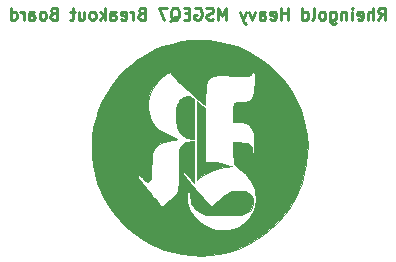
<source format=gbo>
G04 #@! TF.FileFunction,Legend,Bot*
%FSLAX46Y46*%
G04 Gerber Fmt 4.6, Leading zero omitted, Abs format (unit mm)*
G04 Created by KiCad (PCBNEW 4.0.0-rc1-stable) date 10/27/2015 9:53:31 PM*
%MOMM*%
G01*
G04 APERTURE LIST*
%ADD10C,0.150000*%
%ADD11C,0.254000*%
%ADD12C,0.002540*%
G04 APERTURE END LIST*
D10*
D11*
X223925188Y-130380619D02*
X224263854Y-129896810D01*
X224505759Y-130380619D02*
X224505759Y-129364619D01*
X224118712Y-129364619D01*
X224021950Y-129413000D01*
X223973569Y-129461381D01*
X223925188Y-129558143D01*
X223925188Y-129703286D01*
X223973569Y-129800048D01*
X224021950Y-129848429D01*
X224118712Y-129896810D01*
X224505759Y-129896810D01*
X223489759Y-130380619D02*
X223489759Y-129364619D01*
X223054331Y-130380619D02*
X223054331Y-129848429D01*
X223102712Y-129751667D01*
X223199474Y-129703286D01*
X223344616Y-129703286D01*
X223441378Y-129751667D01*
X223489759Y-129800048D01*
X222183474Y-130332238D02*
X222280236Y-130380619D01*
X222473759Y-130380619D01*
X222570521Y-130332238D01*
X222618902Y-130235476D01*
X222618902Y-129848429D01*
X222570521Y-129751667D01*
X222473759Y-129703286D01*
X222280236Y-129703286D01*
X222183474Y-129751667D01*
X222135093Y-129848429D01*
X222135093Y-129945190D01*
X222618902Y-130041952D01*
X221699664Y-130380619D02*
X221699664Y-129703286D01*
X221699664Y-129364619D02*
X221748045Y-129413000D01*
X221699664Y-129461381D01*
X221651283Y-129413000D01*
X221699664Y-129364619D01*
X221699664Y-129461381D01*
X221215854Y-129703286D02*
X221215854Y-130380619D01*
X221215854Y-129800048D02*
X221167473Y-129751667D01*
X221070711Y-129703286D01*
X220925569Y-129703286D01*
X220828807Y-129751667D01*
X220780426Y-129848429D01*
X220780426Y-130380619D01*
X219861188Y-129703286D02*
X219861188Y-130525762D01*
X219909569Y-130622524D01*
X219957950Y-130670905D01*
X220054711Y-130719286D01*
X220199854Y-130719286D01*
X220296616Y-130670905D01*
X219861188Y-130332238D02*
X219957950Y-130380619D01*
X220151473Y-130380619D01*
X220248235Y-130332238D01*
X220296616Y-130283857D01*
X220344997Y-130187095D01*
X220344997Y-129896810D01*
X220296616Y-129800048D01*
X220248235Y-129751667D01*
X220151473Y-129703286D01*
X219957950Y-129703286D01*
X219861188Y-129751667D01*
X219232235Y-130380619D02*
X219328997Y-130332238D01*
X219377378Y-130283857D01*
X219425759Y-130187095D01*
X219425759Y-129896810D01*
X219377378Y-129800048D01*
X219328997Y-129751667D01*
X219232235Y-129703286D01*
X219087093Y-129703286D01*
X218990331Y-129751667D01*
X218941950Y-129800048D01*
X218893569Y-129896810D01*
X218893569Y-130187095D01*
X218941950Y-130283857D01*
X218990331Y-130332238D01*
X219087093Y-130380619D01*
X219232235Y-130380619D01*
X218312997Y-130380619D02*
X218409759Y-130332238D01*
X218458140Y-130235476D01*
X218458140Y-129364619D01*
X217490522Y-130380619D02*
X217490522Y-129364619D01*
X217490522Y-130332238D02*
X217587284Y-130380619D01*
X217780807Y-130380619D01*
X217877569Y-130332238D01*
X217925950Y-130283857D01*
X217974331Y-130187095D01*
X217974331Y-129896810D01*
X217925950Y-129800048D01*
X217877569Y-129751667D01*
X217780807Y-129703286D01*
X217587284Y-129703286D01*
X217490522Y-129751667D01*
X216232617Y-130380619D02*
X216232617Y-129364619D01*
X216232617Y-129848429D02*
X215652046Y-129848429D01*
X215652046Y-130380619D02*
X215652046Y-129364619D01*
X214781189Y-130332238D02*
X214877951Y-130380619D01*
X215071474Y-130380619D01*
X215168236Y-130332238D01*
X215216617Y-130235476D01*
X215216617Y-129848429D01*
X215168236Y-129751667D01*
X215071474Y-129703286D01*
X214877951Y-129703286D01*
X214781189Y-129751667D01*
X214732808Y-129848429D01*
X214732808Y-129945190D01*
X215216617Y-130041952D01*
X213861951Y-130380619D02*
X213861951Y-129848429D01*
X213910332Y-129751667D01*
X214007094Y-129703286D01*
X214200617Y-129703286D01*
X214297379Y-129751667D01*
X213861951Y-130332238D02*
X213958713Y-130380619D01*
X214200617Y-130380619D01*
X214297379Y-130332238D01*
X214345760Y-130235476D01*
X214345760Y-130138714D01*
X214297379Y-130041952D01*
X214200617Y-129993571D01*
X213958713Y-129993571D01*
X213861951Y-129945190D01*
X213474903Y-129703286D02*
X213232998Y-130380619D01*
X212991094Y-129703286D01*
X212700808Y-129703286D02*
X212458903Y-130380619D01*
X212216999Y-129703286D02*
X212458903Y-130380619D01*
X212555665Y-130622524D01*
X212604046Y-130670905D01*
X212700808Y-130719286D01*
X211055856Y-130380619D02*
X211055856Y-129364619D01*
X210717190Y-130090333D01*
X210378523Y-129364619D01*
X210378523Y-130380619D01*
X209943094Y-130332238D02*
X209797951Y-130380619D01*
X209556047Y-130380619D01*
X209459285Y-130332238D01*
X209410904Y-130283857D01*
X209362523Y-130187095D01*
X209362523Y-130090333D01*
X209410904Y-129993571D01*
X209459285Y-129945190D01*
X209556047Y-129896810D01*
X209749570Y-129848429D01*
X209846332Y-129800048D01*
X209894713Y-129751667D01*
X209943094Y-129654905D01*
X209943094Y-129558143D01*
X209894713Y-129461381D01*
X209846332Y-129413000D01*
X209749570Y-129364619D01*
X209507666Y-129364619D01*
X209362523Y-129413000D01*
X208394904Y-129413000D02*
X208491666Y-129364619D01*
X208636809Y-129364619D01*
X208781951Y-129413000D01*
X208878713Y-129509762D01*
X208927094Y-129606524D01*
X208975475Y-129800048D01*
X208975475Y-129945190D01*
X208927094Y-130138714D01*
X208878713Y-130235476D01*
X208781951Y-130332238D01*
X208636809Y-130380619D01*
X208540047Y-130380619D01*
X208394904Y-130332238D01*
X208346523Y-130283857D01*
X208346523Y-129945190D01*
X208540047Y-129945190D01*
X207911094Y-129848429D02*
X207572428Y-129848429D01*
X207427285Y-130380619D02*
X207911094Y-130380619D01*
X207911094Y-129364619D01*
X207427285Y-129364619D01*
X206314523Y-130477381D02*
X206411285Y-130429000D01*
X206508047Y-130332238D01*
X206653190Y-130187095D01*
X206749951Y-130138714D01*
X206846713Y-130138714D01*
X206798332Y-130380619D02*
X206895094Y-130332238D01*
X206991856Y-130235476D01*
X207040237Y-130041952D01*
X207040237Y-129703286D01*
X206991856Y-129509762D01*
X206895094Y-129413000D01*
X206798332Y-129364619D01*
X206604809Y-129364619D01*
X206508047Y-129413000D01*
X206411285Y-129509762D01*
X206362904Y-129703286D01*
X206362904Y-130041952D01*
X206411285Y-130235476D01*
X206508047Y-130332238D01*
X206604809Y-130380619D01*
X206798332Y-130380619D01*
X206024237Y-129364619D02*
X205346904Y-129364619D01*
X205782332Y-130380619D01*
X203847095Y-129848429D02*
X203701952Y-129896810D01*
X203653571Y-129945190D01*
X203605190Y-130041952D01*
X203605190Y-130187095D01*
X203653571Y-130283857D01*
X203701952Y-130332238D01*
X203798714Y-130380619D01*
X204185761Y-130380619D01*
X204185761Y-129364619D01*
X203847095Y-129364619D01*
X203750333Y-129413000D01*
X203701952Y-129461381D01*
X203653571Y-129558143D01*
X203653571Y-129654905D01*
X203701952Y-129751667D01*
X203750333Y-129800048D01*
X203847095Y-129848429D01*
X204185761Y-129848429D01*
X203169761Y-130380619D02*
X203169761Y-129703286D01*
X203169761Y-129896810D02*
X203121380Y-129800048D01*
X203072999Y-129751667D01*
X202976237Y-129703286D01*
X202879476Y-129703286D01*
X202153762Y-130332238D02*
X202250524Y-130380619D01*
X202444047Y-130380619D01*
X202540809Y-130332238D01*
X202589190Y-130235476D01*
X202589190Y-129848429D01*
X202540809Y-129751667D01*
X202444047Y-129703286D01*
X202250524Y-129703286D01*
X202153762Y-129751667D01*
X202105381Y-129848429D01*
X202105381Y-129945190D01*
X202589190Y-130041952D01*
X201234524Y-130380619D02*
X201234524Y-129848429D01*
X201282905Y-129751667D01*
X201379667Y-129703286D01*
X201573190Y-129703286D01*
X201669952Y-129751667D01*
X201234524Y-130332238D02*
X201331286Y-130380619D01*
X201573190Y-130380619D01*
X201669952Y-130332238D01*
X201718333Y-130235476D01*
X201718333Y-130138714D01*
X201669952Y-130041952D01*
X201573190Y-129993571D01*
X201331286Y-129993571D01*
X201234524Y-129945190D01*
X200750714Y-130380619D02*
X200750714Y-129364619D01*
X200653952Y-129993571D02*
X200363667Y-130380619D01*
X200363667Y-129703286D02*
X200750714Y-130090333D01*
X199783095Y-130380619D02*
X199879857Y-130332238D01*
X199928238Y-130283857D01*
X199976619Y-130187095D01*
X199976619Y-129896810D01*
X199928238Y-129800048D01*
X199879857Y-129751667D01*
X199783095Y-129703286D01*
X199637953Y-129703286D01*
X199541191Y-129751667D01*
X199492810Y-129800048D01*
X199444429Y-129896810D01*
X199444429Y-130187095D01*
X199492810Y-130283857D01*
X199541191Y-130332238D01*
X199637953Y-130380619D01*
X199783095Y-130380619D01*
X198573572Y-129703286D02*
X198573572Y-130380619D01*
X199009000Y-129703286D02*
X199009000Y-130235476D01*
X198960619Y-130332238D01*
X198863857Y-130380619D01*
X198718715Y-130380619D01*
X198621953Y-130332238D01*
X198573572Y-130283857D01*
X198234905Y-129703286D02*
X197847857Y-129703286D01*
X198089762Y-129364619D02*
X198089762Y-130235476D01*
X198041381Y-130332238D01*
X197944619Y-130380619D01*
X197847857Y-130380619D01*
X196396430Y-129848429D02*
X196251287Y-129896810D01*
X196202906Y-129945190D01*
X196154525Y-130041952D01*
X196154525Y-130187095D01*
X196202906Y-130283857D01*
X196251287Y-130332238D01*
X196348049Y-130380619D01*
X196735096Y-130380619D01*
X196735096Y-129364619D01*
X196396430Y-129364619D01*
X196299668Y-129413000D01*
X196251287Y-129461381D01*
X196202906Y-129558143D01*
X196202906Y-129654905D01*
X196251287Y-129751667D01*
X196299668Y-129800048D01*
X196396430Y-129848429D01*
X196735096Y-129848429D01*
X195573953Y-130380619D02*
X195670715Y-130332238D01*
X195719096Y-130283857D01*
X195767477Y-130187095D01*
X195767477Y-129896810D01*
X195719096Y-129800048D01*
X195670715Y-129751667D01*
X195573953Y-129703286D01*
X195428811Y-129703286D01*
X195332049Y-129751667D01*
X195283668Y-129800048D01*
X195235287Y-129896810D01*
X195235287Y-130187095D01*
X195283668Y-130283857D01*
X195332049Y-130332238D01*
X195428811Y-130380619D01*
X195573953Y-130380619D01*
X194364430Y-130380619D02*
X194364430Y-129848429D01*
X194412811Y-129751667D01*
X194509573Y-129703286D01*
X194703096Y-129703286D01*
X194799858Y-129751667D01*
X194364430Y-130332238D02*
X194461192Y-130380619D01*
X194703096Y-130380619D01*
X194799858Y-130332238D01*
X194848239Y-130235476D01*
X194848239Y-130138714D01*
X194799858Y-130041952D01*
X194703096Y-129993571D01*
X194461192Y-129993571D01*
X194364430Y-129945190D01*
X193880620Y-130380619D02*
X193880620Y-129703286D01*
X193880620Y-129896810D02*
X193832239Y-129800048D01*
X193783858Y-129751667D01*
X193687096Y-129703286D01*
X193590335Y-129703286D01*
X192816240Y-130380619D02*
X192816240Y-129364619D01*
X192816240Y-130332238D02*
X192913002Y-130380619D01*
X193106525Y-130380619D01*
X193203287Y-130332238D01*
X193251668Y-130283857D01*
X193300049Y-130187095D01*
X193300049Y-129896810D01*
X193251668Y-129800048D01*
X193203287Y-129751667D01*
X193106525Y-129703286D01*
X192913002Y-129703286D01*
X192816240Y-129751667D01*
D12*
G36*
X199646540Y-141104620D02*
X199669400Y-141886940D01*
X199760840Y-142664180D01*
X199918320Y-143433800D01*
X200141840Y-144188180D01*
X200431400Y-144927320D01*
X200789540Y-145646140D01*
X201216260Y-146337020D01*
X201706480Y-146997420D01*
X201869040Y-147190460D01*
X202420220Y-147782280D01*
X203012040Y-148310600D01*
X203547980Y-148709380D01*
X203547980Y-143690340D01*
X203598780Y-143614140D01*
X203603860Y-143609060D01*
X203687680Y-143520160D01*
X203962000Y-143799560D01*
X204096620Y-143934180D01*
X204193140Y-144018000D01*
X204269340Y-144063720D01*
X204335380Y-144081500D01*
X204358240Y-144081500D01*
X204492860Y-144048480D01*
X204597000Y-143946880D01*
X204642720Y-143855440D01*
X204655420Y-143791940D01*
X204668120Y-143662400D01*
X204680820Y-143482060D01*
X204693520Y-143256000D01*
X204703680Y-143002000D01*
X204711300Y-142768320D01*
X204721460Y-142440660D01*
X204731620Y-142181580D01*
X204744320Y-141975840D01*
X204759560Y-141815820D01*
X204782420Y-141688820D01*
X204810360Y-141584680D01*
X204845920Y-141493240D01*
X204891640Y-141404340D01*
X204917040Y-141361160D01*
X205064360Y-141155420D01*
X205254860Y-140985240D01*
X205496160Y-140845540D01*
X205790800Y-140728700D01*
X206146400Y-140637260D01*
X206502000Y-140573760D01*
X206707740Y-140543280D01*
X206837280Y-140520420D01*
X206895700Y-140497560D01*
X206885540Y-140467080D01*
X206809340Y-140426440D01*
X206664560Y-140365480D01*
X206578200Y-140332460D01*
X206174340Y-140159740D01*
X205836520Y-139989560D01*
X205546960Y-139816840D01*
X205300580Y-139636500D01*
X205084680Y-139440920D01*
X205021180Y-139374880D01*
X204817980Y-139131040D01*
X204663040Y-138877040D01*
X204553820Y-138602720D01*
X204480160Y-138290300D01*
X204444600Y-137929620D01*
X204434440Y-137622280D01*
X204444600Y-137248900D01*
X204480160Y-136933940D01*
X204548740Y-136654540D01*
X204652880Y-136400540D01*
X204802740Y-136151620D01*
X204998320Y-135890000D01*
X205059280Y-135818880D01*
X205196440Y-135669020D01*
X205359000Y-135506460D01*
X205536800Y-135341360D01*
X205714600Y-135186420D01*
X205887320Y-135049260D01*
X206039720Y-134934960D01*
X206164180Y-134856220D01*
X206245460Y-134823200D01*
X206255620Y-134823200D01*
X206291180Y-134851140D01*
X206367380Y-134924800D01*
X206474060Y-135039100D01*
X206598520Y-135181340D01*
X206651860Y-135244840D01*
X206816960Y-135435340D01*
X206987140Y-135618220D01*
X207172560Y-135806180D01*
X207378300Y-135999220D01*
X207611980Y-136215120D01*
X207883760Y-136453880D01*
X208203800Y-136723120D01*
X208500980Y-136972040D01*
X209265520Y-137607040D01*
X209288380Y-136776460D01*
X209298540Y-136443720D01*
X209313780Y-136177020D01*
X209334100Y-135963660D01*
X209364580Y-135796020D01*
X209402680Y-135663940D01*
X209453480Y-135554720D01*
X209519520Y-135458200D01*
X209557620Y-135409940D01*
X209666840Y-135300720D01*
X209786220Y-135214360D01*
X209925920Y-135150860D01*
X210093560Y-135107680D01*
X210301840Y-135082280D01*
X210553300Y-135074660D01*
X210863180Y-135079740D01*
X211236560Y-135102600D01*
X211302600Y-135107680D01*
X211726780Y-135133080D01*
X212082380Y-135153400D01*
X212374480Y-135163560D01*
X212610700Y-135163560D01*
X212796120Y-135153400D01*
X212938360Y-135130540D01*
X213047580Y-135097520D01*
X213123780Y-135051800D01*
X213177120Y-134993380D01*
X213212680Y-134919720D01*
X213215220Y-134914640D01*
X213266020Y-134818120D01*
X213334600Y-134785100D01*
X213344760Y-134785100D01*
X213393020Y-134800340D01*
X213428580Y-134851140D01*
X213451440Y-134947660D01*
X213466680Y-135097520D01*
X213474300Y-135308340D01*
X213474300Y-135432800D01*
X213461600Y-135851900D01*
X213426040Y-136227820D01*
X213370160Y-136547860D01*
X213293960Y-136806940D01*
X213199980Y-137005060D01*
X213123780Y-137099040D01*
X213037420Y-137177780D01*
X212951060Y-137236200D01*
X212857080Y-137281920D01*
X212742780Y-137314940D01*
X212595460Y-137340340D01*
X212402420Y-137355580D01*
X212156040Y-137365740D01*
X211863940Y-137373360D01*
X211790280Y-137401300D01*
X211721700Y-137452100D01*
X211696300Y-137482580D01*
X211675980Y-137523220D01*
X211663280Y-137584180D01*
X211653120Y-137675620D01*
X211648040Y-137810240D01*
X211645500Y-137998200D01*
X211645500Y-138249660D01*
X211645500Y-138272520D01*
X211645500Y-139014200D01*
X211884260Y-139014200D01*
X212056980Y-139021820D01*
X212252560Y-139037060D01*
X212379560Y-139052300D01*
X212636100Y-139110720D01*
X212849460Y-139204700D01*
X213027260Y-139344400D01*
X213166960Y-139529820D01*
X213278720Y-139766040D01*
X213357460Y-140060680D01*
X213405720Y-140416280D01*
X213431120Y-140835380D01*
X213436200Y-141114780D01*
X213436200Y-141719300D01*
X213347300Y-141719300D01*
X213304120Y-141714220D01*
X213273640Y-141686280D01*
X213250780Y-141620240D01*
X213230460Y-141503400D01*
X213220300Y-141414500D01*
X213189820Y-141226540D01*
X213146640Y-141081760D01*
X213083140Y-140972540D01*
X212986620Y-140893800D01*
X212852000Y-140843000D01*
X212664040Y-140809980D01*
X212420200Y-140789660D01*
X212211920Y-140776960D01*
X211640420Y-140754100D01*
X211653120Y-141653260D01*
X211658200Y-141952980D01*
X211660740Y-142184120D01*
X211670900Y-142367000D01*
X211691220Y-142504160D01*
X211726780Y-142610840D01*
X211777580Y-142699740D01*
X211851240Y-142781020D01*
X211952840Y-142864840D01*
X212082380Y-142961360D01*
X212150960Y-143014700D01*
X212305900Y-143134080D01*
X212450680Y-143250920D01*
X212570060Y-143349980D01*
X212618320Y-143395700D01*
X212826600Y-143626840D01*
X213027260Y-143916400D01*
X213210140Y-144241520D01*
X213362540Y-144581880D01*
X213441280Y-144807940D01*
X213504780Y-145087340D01*
X213532720Y-145407380D01*
X213527640Y-145742660D01*
X213487000Y-146067780D01*
X213441280Y-146265900D01*
X213291420Y-146679920D01*
X213078060Y-147058380D01*
X212813900Y-147391120D01*
X212504020Y-147673060D01*
X212150960Y-147899120D01*
X211955380Y-147988020D01*
X211589620Y-148102320D01*
X211180680Y-148173440D01*
X210753960Y-148196300D01*
X210322160Y-148168360D01*
X210225640Y-148153120D01*
X209875120Y-148074380D01*
X209516980Y-147947380D01*
X209184240Y-147787360D01*
X209044540Y-147703540D01*
X208793080Y-147513040D01*
X208541620Y-147279360D01*
X208307940Y-147020280D01*
X208112360Y-146753580D01*
X207990440Y-146547840D01*
X207873600Y-146298920D01*
X207797400Y-146077940D01*
X207749140Y-145856960D01*
X207726280Y-145608040D01*
X207721200Y-145387060D01*
X207721200Y-144957800D01*
X207863440Y-144957800D01*
X208008220Y-144957800D01*
X208010760Y-145328640D01*
X208028540Y-145620740D01*
X208079340Y-145862040D01*
X208170780Y-146070320D01*
X208307940Y-146270980D01*
X208394300Y-146367500D01*
X208661000Y-146608800D01*
X208963260Y-146789140D01*
X209224880Y-146888200D01*
X209296000Y-146905980D01*
X209372200Y-146923760D01*
X209463640Y-146933920D01*
X209580480Y-146944080D01*
X209730340Y-146949160D01*
X209920840Y-146954240D01*
X210164680Y-146956780D01*
X210469480Y-146956780D01*
X210751420Y-146956780D01*
X211112100Y-146956780D01*
X211409280Y-146954240D01*
X211645500Y-146951700D01*
X211836000Y-146946620D01*
X211983320Y-146939000D01*
X212102700Y-146928840D01*
X212196680Y-146913600D01*
X212280500Y-146895820D01*
X212303360Y-146890740D01*
X212638640Y-146781520D01*
X212902800Y-146644360D01*
X213100920Y-146474180D01*
X213235540Y-146268440D01*
X213306660Y-146027140D01*
X213321900Y-145834100D01*
X213291420Y-145562320D01*
X213202520Y-145338800D01*
X213050120Y-145150840D01*
X212831680Y-145000980D01*
X212760560Y-144965420D01*
X212653880Y-144917160D01*
X212557360Y-144889220D01*
X212448140Y-144871440D01*
X212308440Y-144863820D01*
X212123020Y-144863820D01*
X211833460Y-144873980D01*
X211571840Y-144914620D01*
X211328000Y-144985740D01*
X211091780Y-145097500D01*
X210850480Y-145252440D01*
X210591400Y-145458180D01*
X210306920Y-145717260D01*
X210197700Y-145821400D01*
X210035140Y-145978880D01*
X209915760Y-146088100D01*
X209834480Y-146151600D01*
X209783680Y-146174460D01*
X209755740Y-146166840D01*
X209722720Y-146128740D01*
X209643980Y-146039840D01*
X209522060Y-145907760D01*
X209369660Y-145735040D01*
X209184240Y-145529300D01*
X208975960Y-145293080D01*
X208747360Y-145039080D01*
X208526380Y-144792700D01*
X207342740Y-143464280D01*
X207406240Y-143367760D01*
X207472280Y-143268700D01*
X207901540Y-143723360D01*
X208330800Y-144175480D01*
X208330800Y-142433040D01*
X208330800Y-140690600D01*
X208036160Y-140690600D01*
X207769460Y-140710920D01*
X207556100Y-140771880D01*
X207388460Y-140883640D01*
X207246220Y-141053820D01*
X207154780Y-141224000D01*
X207053180Y-141432280D01*
X207035400Y-143090900D01*
X207030320Y-143507460D01*
X207027780Y-143852900D01*
X207020160Y-144139920D01*
X207012540Y-144368520D01*
X207002380Y-144553940D01*
X206987140Y-144701260D01*
X206969360Y-144813020D01*
X206943960Y-144904460D01*
X206910940Y-144978120D01*
X206870300Y-145041620D01*
X206822040Y-145102580D01*
X206761080Y-145168620D01*
X206745840Y-145183860D01*
X206677260Y-145254980D01*
X206570580Y-145356580D01*
X206433420Y-145481040D01*
X206283560Y-145618200D01*
X206123540Y-145760440D01*
X205966060Y-145895060D01*
X205823820Y-146016980D01*
X205704440Y-146116040D01*
X205618080Y-146184620D01*
X205574900Y-146210020D01*
X205574900Y-146210020D01*
X205549500Y-146179540D01*
X205478380Y-146093180D01*
X205371700Y-145963640D01*
X205232000Y-145793460D01*
X205064360Y-145587720D01*
X204876400Y-145356580D01*
X204668120Y-145102580D01*
X204579220Y-144995900D01*
X204363320Y-144734280D01*
X204165200Y-144490440D01*
X203984860Y-144269460D01*
X203827380Y-144078960D01*
X203702920Y-143924020D01*
X203614020Y-143814800D01*
X203563220Y-143756380D01*
X203558140Y-143746220D01*
X203547980Y-143690340D01*
X203547980Y-148709380D01*
X203649580Y-148785580D01*
X204330300Y-149207220D01*
X205031340Y-149560280D01*
X205770480Y-149852380D01*
X206537560Y-150080980D01*
X207324960Y-150243540D01*
X208122520Y-150337520D01*
X208920080Y-150365460D01*
X209626200Y-150327360D01*
X210446620Y-150210520D01*
X211246720Y-150025100D01*
X212021420Y-149771100D01*
X212768180Y-149451060D01*
X213481920Y-149067520D01*
X214157560Y-148623020D01*
X214790020Y-148120100D01*
X215376760Y-147561300D01*
X215912700Y-146951700D01*
X216326720Y-146390360D01*
X216766140Y-145676620D01*
X217136980Y-144934940D01*
X217439240Y-144170400D01*
X217667840Y-143390620D01*
X217827860Y-142595600D01*
X217914220Y-141792960D01*
X217929460Y-140985240D01*
X217871040Y-140177520D01*
X217741500Y-139372340D01*
X217538300Y-138577320D01*
X217258900Y-137792460D01*
X217131900Y-137490200D01*
X216761060Y-136748520D01*
X216326720Y-136050020D01*
X215828880Y-135394700D01*
X215270080Y-134780020D01*
X214757000Y-134305040D01*
X214104220Y-133791960D01*
X213415880Y-133342380D01*
X212697060Y-132961380D01*
X211955380Y-132648960D01*
X211188300Y-132402580D01*
X210408520Y-132227320D01*
X209616040Y-132120640D01*
X208815940Y-132082540D01*
X208010760Y-132115560D01*
X207210660Y-132219700D01*
X206415640Y-132397500D01*
X205630780Y-132646420D01*
X205054200Y-132880100D01*
X204312520Y-133250940D01*
X203614020Y-133685280D01*
X202958700Y-134183120D01*
X202344020Y-134741920D01*
X201869040Y-135255000D01*
X201358500Y-135907780D01*
X200911460Y-136588500D01*
X200535540Y-137299700D01*
X200223120Y-138031220D01*
X199979280Y-138783060D01*
X199801480Y-139550140D01*
X199689720Y-140324840D01*
X199646540Y-141104620D01*
X199646540Y-141104620D01*
X199646540Y-141104620D01*
G37*
X199646540Y-141104620D02*
X199669400Y-141886940D01*
X199760840Y-142664180D01*
X199918320Y-143433800D01*
X200141840Y-144188180D01*
X200431400Y-144927320D01*
X200789540Y-145646140D01*
X201216260Y-146337020D01*
X201706480Y-146997420D01*
X201869040Y-147190460D01*
X202420220Y-147782280D01*
X203012040Y-148310600D01*
X203547980Y-148709380D01*
X203547980Y-143690340D01*
X203598780Y-143614140D01*
X203603860Y-143609060D01*
X203687680Y-143520160D01*
X203962000Y-143799560D01*
X204096620Y-143934180D01*
X204193140Y-144018000D01*
X204269340Y-144063720D01*
X204335380Y-144081500D01*
X204358240Y-144081500D01*
X204492860Y-144048480D01*
X204597000Y-143946880D01*
X204642720Y-143855440D01*
X204655420Y-143791940D01*
X204668120Y-143662400D01*
X204680820Y-143482060D01*
X204693520Y-143256000D01*
X204703680Y-143002000D01*
X204711300Y-142768320D01*
X204721460Y-142440660D01*
X204731620Y-142181580D01*
X204744320Y-141975840D01*
X204759560Y-141815820D01*
X204782420Y-141688820D01*
X204810360Y-141584680D01*
X204845920Y-141493240D01*
X204891640Y-141404340D01*
X204917040Y-141361160D01*
X205064360Y-141155420D01*
X205254860Y-140985240D01*
X205496160Y-140845540D01*
X205790800Y-140728700D01*
X206146400Y-140637260D01*
X206502000Y-140573760D01*
X206707740Y-140543280D01*
X206837280Y-140520420D01*
X206895700Y-140497560D01*
X206885540Y-140467080D01*
X206809340Y-140426440D01*
X206664560Y-140365480D01*
X206578200Y-140332460D01*
X206174340Y-140159740D01*
X205836520Y-139989560D01*
X205546960Y-139816840D01*
X205300580Y-139636500D01*
X205084680Y-139440920D01*
X205021180Y-139374880D01*
X204817980Y-139131040D01*
X204663040Y-138877040D01*
X204553820Y-138602720D01*
X204480160Y-138290300D01*
X204444600Y-137929620D01*
X204434440Y-137622280D01*
X204444600Y-137248900D01*
X204480160Y-136933940D01*
X204548740Y-136654540D01*
X204652880Y-136400540D01*
X204802740Y-136151620D01*
X204998320Y-135890000D01*
X205059280Y-135818880D01*
X205196440Y-135669020D01*
X205359000Y-135506460D01*
X205536800Y-135341360D01*
X205714600Y-135186420D01*
X205887320Y-135049260D01*
X206039720Y-134934960D01*
X206164180Y-134856220D01*
X206245460Y-134823200D01*
X206255620Y-134823200D01*
X206291180Y-134851140D01*
X206367380Y-134924800D01*
X206474060Y-135039100D01*
X206598520Y-135181340D01*
X206651860Y-135244840D01*
X206816960Y-135435340D01*
X206987140Y-135618220D01*
X207172560Y-135806180D01*
X207378300Y-135999220D01*
X207611980Y-136215120D01*
X207883760Y-136453880D01*
X208203800Y-136723120D01*
X208500980Y-136972040D01*
X209265520Y-137607040D01*
X209288380Y-136776460D01*
X209298540Y-136443720D01*
X209313780Y-136177020D01*
X209334100Y-135963660D01*
X209364580Y-135796020D01*
X209402680Y-135663940D01*
X209453480Y-135554720D01*
X209519520Y-135458200D01*
X209557620Y-135409940D01*
X209666840Y-135300720D01*
X209786220Y-135214360D01*
X209925920Y-135150860D01*
X210093560Y-135107680D01*
X210301840Y-135082280D01*
X210553300Y-135074660D01*
X210863180Y-135079740D01*
X211236560Y-135102600D01*
X211302600Y-135107680D01*
X211726780Y-135133080D01*
X212082380Y-135153400D01*
X212374480Y-135163560D01*
X212610700Y-135163560D01*
X212796120Y-135153400D01*
X212938360Y-135130540D01*
X213047580Y-135097520D01*
X213123780Y-135051800D01*
X213177120Y-134993380D01*
X213212680Y-134919720D01*
X213215220Y-134914640D01*
X213266020Y-134818120D01*
X213334600Y-134785100D01*
X213344760Y-134785100D01*
X213393020Y-134800340D01*
X213428580Y-134851140D01*
X213451440Y-134947660D01*
X213466680Y-135097520D01*
X213474300Y-135308340D01*
X213474300Y-135432800D01*
X213461600Y-135851900D01*
X213426040Y-136227820D01*
X213370160Y-136547860D01*
X213293960Y-136806940D01*
X213199980Y-137005060D01*
X213123780Y-137099040D01*
X213037420Y-137177780D01*
X212951060Y-137236200D01*
X212857080Y-137281920D01*
X212742780Y-137314940D01*
X212595460Y-137340340D01*
X212402420Y-137355580D01*
X212156040Y-137365740D01*
X211863940Y-137373360D01*
X211790280Y-137401300D01*
X211721700Y-137452100D01*
X211696300Y-137482580D01*
X211675980Y-137523220D01*
X211663280Y-137584180D01*
X211653120Y-137675620D01*
X211648040Y-137810240D01*
X211645500Y-137998200D01*
X211645500Y-138249660D01*
X211645500Y-138272520D01*
X211645500Y-139014200D01*
X211884260Y-139014200D01*
X212056980Y-139021820D01*
X212252560Y-139037060D01*
X212379560Y-139052300D01*
X212636100Y-139110720D01*
X212849460Y-139204700D01*
X213027260Y-139344400D01*
X213166960Y-139529820D01*
X213278720Y-139766040D01*
X213357460Y-140060680D01*
X213405720Y-140416280D01*
X213431120Y-140835380D01*
X213436200Y-141114780D01*
X213436200Y-141719300D01*
X213347300Y-141719300D01*
X213304120Y-141714220D01*
X213273640Y-141686280D01*
X213250780Y-141620240D01*
X213230460Y-141503400D01*
X213220300Y-141414500D01*
X213189820Y-141226540D01*
X213146640Y-141081760D01*
X213083140Y-140972540D01*
X212986620Y-140893800D01*
X212852000Y-140843000D01*
X212664040Y-140809980D01*
X212420200Y-140789660D01*
X212211920Y-140776960D01*
X211640420Y-140754100D01*
X211653120Y-141653260D01*
X211658200Y-141952980D01*
X211660740Y-142184120D01*
X211670900Y-142367000D01*
X211691220Y-142504160D01*
X211726780Y-142610840D01*
X211777580Y-142699740D01*
X211851240Y-142781020D01*
X211952840Y-142864840D01*
X212082380Y-142961360D01*
X212150960Y-143014700D01*
X212305900Y-143134080D01*
X212450680Y-143250920D01*
X212570060Y-143349980D01*
X212618320Y-143395700D01*
X212826600Y-143626840D01*
X213027260Y-143916400D01*
X213210140Y-144241520D01*
X213362540Y-144581880D01*
X213441280Y-144807940D01*
X213504780Y-145087340D01*
X213532720Y-145407380D01*
X213527640Y-145742660D01*
X213487000Y-146067780D01*
X213441280Y-146265900D01*
X213291420Y-146679920D01*
X213078060Y-147058380D01*
X212813900Y-147391120D01*
X212504020Y-147673060D01*
X212150960Y-147899120D01*
X211955380Y-147988020D01*
X211589620Y-148102320D01*
X211180680Y-148173440D01*
X210753960Y-148196300D01*
X210322160Y-148168360D01*
X210225640Y-148153120D01*
X209875120Y-148074380D01*
X209516980Y-147947380D01*
X209184240Y-147787360D01*
X209044540Y-147703540D01*
X208793080Y-147513040D01*
X208541620Y-147279360D01*
X208307940Y-147020280D01*
X208112360Y-146753580D01*
X207990440Y-146547840D01*
X207873600Y-146298920D01*
X207797400Y-146077940D01*
X207749140Y-145856960D01*
X207726280Y-145608040D01*
X207721200Y-145387060D01*
X207721200Y-144957800D01*
X207863440Y-144957800D01*
X208008220Y-144957800D01*
X208010760Y-145328640D01*
X208028540Y-145620740D01*
X208079340Y-145862040D01*
X208170780Y-146070320D01*
X208307940Y-146270980D01*
X208394300Y-146367500D01*
X208661000Y-146608800D01*
X208963260Y-146789140D01*
X209224880Y-146888200D01*
X209296000Y-146905980D01*
X209372200Y-146923760D01*
X209463640Y-146933920D01*
X209580480Y-146944080D01*
X209730340Y-146949160D01*
X209920840Y-146954240D01*
X210164680Y-146956780D01*
X210469480Y-146956780D01*
X210751420Y-146956780D01*
X211112100Y-146956780D01*
X211409280Y-146954240D01*
X211645500Y-146951700D01*
X211836000Y-146946620D01*
X211983320Y-146939000D01*
X212102700Y-146928840D01*
X212196680Y-146913600D01*
X212280500Y-146895820D01*
X212303360Y-146890740D01*
X212638640Y-146781520D01*
X212902800Y-146644360D01*
X213100920Y-146474180D01*
X213235540Y-146268440D01*
X213306660Y-146027140D01*
X213321900Y-145834100D01*
X213291420Y-145562320D01*
X213202520Y-145338800D01*
X213050120Y-145150840D01*
X212831680Y-145000980D01*
X212760560Y-144965420D01*
X212653880Y-144917160D01*
X212557360Y-144889220D01*
X212448140Y-144871440D01*
X212308440Y-144863820D01*
X212123020Y-144863820D01*
X211833460Y-144873980D01*
X211571840Y-144914620D01*
X211328000Y-144985740D01*
X211091780Y-145097500D01*
X210850480Y-145252440D01*
X210591400Y-145458180D01*
X210306920Y-145717260D01*
X210197700Y-145821400D01*
X210035140Y-145978880D01*
X209915760Y-146088100D01*
X209834480Y-146151600D01*
X209783680Y-146174460D01*
X209755740Y-146166840D01*
X209722720Y-146128740D01*
X209643980Y-146039840D01*
X209522060Y-145907760D01*
X209369660Y-145735040D01*
X209184240Y-145529300D01*
X208975960Y-145293080D01*
X208747360Y-145039080D01*
X208526380Y-144792700D01*
X207342740Y-143464280D01*
X207406240Y-143367760D01*
X207472280Y-143268700D01*
X207901540Y-143723360D01*
X208330800Y-144175480D01*
X208330800Y-142433040D01*
X208330800Y-140690600D01*
X208036160Y-140690600D01*
X207769460Y-140710920D01*
X207556100Y-140771880D01*
X207388460Y-140883640D01*
X207246220Y-141053820D01*
X207154780Y-141224000D01*
X207053180Y-141432280D01*
X207035400Y-143090900D01*
X207030320Y-143507460D01*
X207027780Y-143852900D01*
X207020160Y-144139920D01*
X207012540Y-144368520D01*
X207002380Y-144553940D01*
X206987140Y-144701260D01*
X206969360Y-144813020D01*
X206943960Y-144904460D01*
X206910940Y-144978120D01*
X206870300Y-145041620D01*
X206822040Y-145102580D01*
X206761080Y-145168620D01*
X206745840Y-145183860D01*
X206677260Y-145254980D01*
X206570580Y-145356580D01*
X206433420Y-145481040D01*
X206283560Y-145618200D01*
X206123540Y-145760440D01*
X205966060Y-145895060D01*
X205823820Y-146016980D01*
X205704440Y-146116040D01*
X205618080Y-146184620D01*
X205574900Y-146210020D01*
X205574900Y-146210020D01*
X205549500Y-146179540D01*
X205478380Y-146093180D01*
X205371700Y-145963640D01*
X205232000Y-145793460D01*
X205064360Y-145587720D01*
X204876400Y-145356580D01*
X204668120Y-145102580D01*
X204579220Y-144995900D01*
X204363320Y-144734280D01*
X204165200Y-144490440D01*
X203984860Y-144269460D01*
X203827380Y-144078960D01*
X203702920Y-143924020D01*
X203614020Y-143814800D01*
X203563220Y-143756380D01*
X203558140Y-143746220D01*
X203547980Y-143690340D01*
X203547980Y-148709380D01*
X203649580Y-148785580D01*
X204330300Y-149207220D01*
X205031340Y-149560280D01*
X205770480Y-149852380D01*
X206537560Y-150080980D01*
X207324960Y-150243540D01*
X208122520Y-150337520D01*
X208920080Y-150365460D01*
X209626200Y-150327360D01*
X210446620Y-150210520D01*
X211246720Y-150025100D01*
X212021420Y-149771100D01*
X212768180Y-149451060D01*
X213481920Y-149067520D01*
X214157560Y-148623020D01*
X214790020Y-148120100D01*
X215376760Y-147561300D01*
X215912700Y-146951700D01*
X216326720Y-146390360D01*
X216766140Y-145676620D01*
X217136980Y-144934940D01*
X217439240Y-144170400D01*
X217667840Y-143390620D01*
X217827860Y-142595600D01*
X217914220Y-141792960D01*
X217929460Y-140985240D01*
X217871040Y-140177520D01*
X217741500Y-139372340D01*
X217538300Y-138577320D01*
X217258900Y-137792460D01*
X217131900Y-137490200D01*
X216761060Y-136748520D01*
X216326720Y-136050020D01*
X215828880Y-135394700D01*
X215270080Y-134780020D01*
X214757000Y-134305040D01*
X214104220Y-133791960D01*
X213415880Y-133342380D01*
X212697060Y-132961380D01*
X211955380Y-132648960D01*
X211188300Y-132402580D01*
X210408520Y-132227320D01*
X209616040Y-132120640D01*
X208815940Y-132082540D01*
X208010760Y-132115560D01*
X207210660Y-132219700D01*
X206415640Y-132397500D01*
X205630780Y-132646420D01*
X205054200Y-132880100D01*
X204312520Y-133250940D01*
X203614020Y-133685280D01*
X202958700Y-134183120D01*
X202344020Y-134741920D01*
X201869040Y-135255000D01*
X201358500Y-135907780D01*
X200911460Y-136588500D01*
X200535540Y-137299700D01*
X200223120Y-138031220D01*
X199979280Y-138783060D01*
X199801480Y-139550140D01*
X199689720Y-140324840D01*
X199646540Y-141104620D01*
X199646540Y-141104620D01*
G36*
X208564480Y-141462760D02*
X208567020Y-141945360D01*
X208569560Y-142267940D01*
X208579720Y-143924020D01*
X208729580Y-143807180D01*
X209235040Y-143471900D01*
X209755740Y-143202660D01*
X210296760Y-143007080D01*
X210845400Y-142882620D01*
X211071460Y-142854680D01*
X211541360Y-142808960D01*
X211373720Y-142737840D01*
X211117180Y-142643860D01*
X210817460Y-142562580D01*
X210494880Y-142494000D01*
X210169760Y-142448280D01*
X209864960Y-142420340D01*
X209600800Y-142417800D01*
X209522060Y-142425420D01*
X209283300Y-142448280D01*
X209280760Y-140169900D01*
X209280760Y-137888980D01*
X208927700Y-137599420D01*
X208579720Y-137304780D01*
X208569560Y-138960860D01*
X208567020Y-139397740D01*
X208564480Y-139890500D01*
X208564480Y-140413740D01*
X208564480Y-140944600D01*
X208564480Y-141462760D01*
X208564480Y-141462760D01*
X208564480Y-141462760D01*
G37*
X208564480Y-141462760D02*
X208567020Y-141945360D01*
X208569560Y-142267940D01*
X208579720Y-143924020D01*
X208729580Y-143807180D01*
X209235040Y-143471900D01*
X209755740Y-143202660D01*
X210296760Y-143007080D01*
X210845400Y-142882620D01*
X211071460Y-142854680D01*
X211541360Y-142808960D01*
X211373720Y-142737840D01*
X211117180Y-142643860D01*
X210817460Y-142562580D01*
X210494880Y-142494000D01*
X210169760Y-142448280D01*
X209864960Y-142420340D01*
X209600800Y-142417800D01*
X209522060Y-142425420D01*
X209283300Y-142448280D01*
X209280760Y-140169900D01*
X209280760Y-137888980D01*
X208927700Y-137599420D01*
X208579720Y-137304780D01*
X208569560Y-138960860D01*
X208567020Y-139397740D01*
X208564480Y-139890500D01*
X208564480Y-140413740D01*
X208564480Y-140944600D01*
X208564480Y-141462760D01*
X208564480Y-141462760D01*
G36*
X206768700Y-138485880D02*
X206791560Y-138948160D01*
X206862680Y-139349480D01*
X206979520Y-139689840D01*
X207144620Y-139971780D01*
X207357980Y-140195300D01*
X207444340Y-140261340D01*
X207624680Y-140357860D01*
X207843120Y-140436600D01*
X208061560Y-140487400D01*
X208206340Y-140500100D01*
X208330800Y-140500100D01*
X208320640Y-138795760D01*
X208310480Y-137093960D01*
X208147920Y-136977120D01*
X208038700Y-136911080D01*
X207939640Y-136875520D01*
X207815180Y-136865360D01*
X207746600Y-136865360D01*
X207533240Y-136885680D01*
X207363060Y-136949180D01*
X207208120Y-137068560D01*
X207164940Y-137114280D01*
X207004920Y-137330180D01*
X206888080Y-137594340D01*
X206809340Y-137911840D01*
X206773780Y-138290300D01*
X206768700Y-138485880D01*
X206768700Y-138485880D01*
X206768700Y-138485880D01*
G37*
X206768700Y-138485880D02*
X206791560Y-138948160D01*
X206862680Y-139349480D01*
X206979520Y-139689840D01*
X207144620Y-139971780D01*
X207357980Y-140195300D01*
X207444340Y-140261340D01*
X207624680Y-140357860D01*
X207843120Y-140436600D01*
X208061560Y-140487400D01*
X208206340Y-140500100D01*
X208330800Y-140500100D01*
X208320640Y-138795760D01*
X208310480Y-137093960D01*
X208147920Y-136977120D01*
X208038700Y-136911080D01*
X207939640Y-136875520D01*
X207815180Y-136865360D01*
X207746600Y-136865360D01*
X207533240Y-136885680D01*
X207363060Y-136949180D01*
X207208120Y-137068560D01*
X207164940Y-137114280D01*
X207004920Y-137330180D01*
X206888080Y-137594340D01*
X206809340Y-137911840D01*
X206773780Y-138290300D01*
X206768700Y-138485880D01*
X206768700Y-138485880D01*
M02*

</source>
